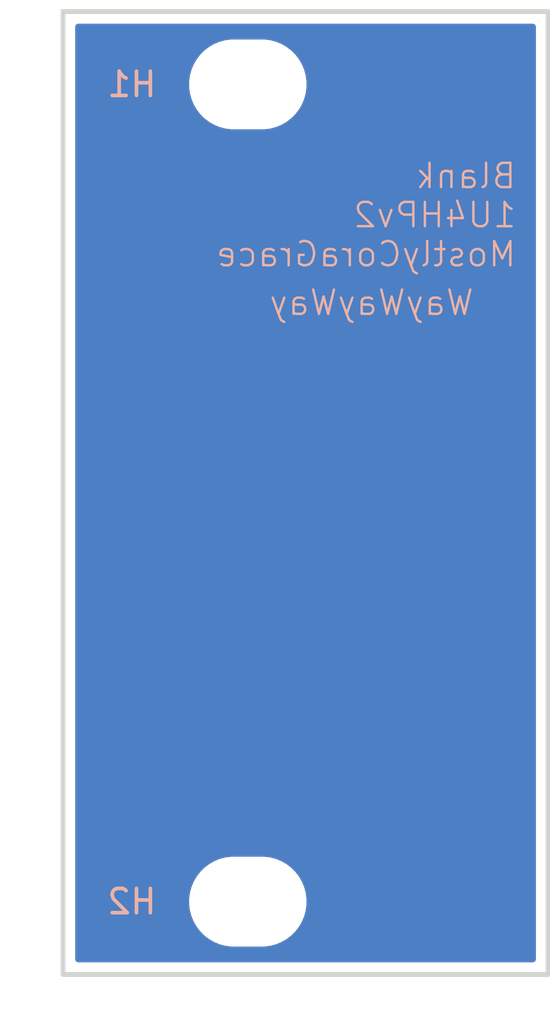
<source format=kicad_pcb>
(kicad_pcb (version 20241229) (generator "pcbnew") (generator_version "9.0")
  (layers (0 "F.Cu" signal) (2 "B.Cu" signal) (13 "F.Paste" user) (15 "B.Paste" user) (5 "F.SilkS" user "F.Silkscreen") (7 "B.SilkS" user "B.Silkscreen") (1 "F.Mask" user) (3 "B.Mask" user) (25 "Edge.Cuts" user))
  (net 0 "")
  (footprint "EXC:MountingHole_3.2mm_M3" (layer "F.Cu") (at 7.62 5.425)
    (property "Reference" "H1" (at -3.683 0 0) (layer "B.SilkS") (effects (justify left mirror)))
    (property "Value" "Eurorack_M3_MountingHole")
    (pad "" np_thru_hole oval (at 0 0) (size 4.34 3.2) (drill oval 4.34 3.2) (layers "*.Cu" "*.Mask"))
  )
  (footprint "EXC:MountingHole_3.2mm_M3" (layer "F.Cu") (at 7.62 39.075)
    (property "Reference" "H2" (at -3.683 0 0) (layer "B.SilkS") (effects (justify left mirror)))
    (property "Value" "Eurorack_M3_MountingHole")
    (pad "" np_thru_hole oval (at 0 0) (size 4.34 3.2) (drill oval 4.34 3.2) (layers "*.Cu" "*.Mask"))
  )
  (gr_rect (start 0 2.425) (end 20 42.075) (stroke (width 0.2)) (fill no) (layer "Edge.Cuts"))
  (gr_text "WayWayWay" (at 17 15 0) (layer "B.SilkS") (effects (font (size 1 1) (thickness 0.1)) (justify left bottom mirror)))
  (gr_text "Blank\n1U4HPv2\nMostlyCoraGrace" (at 18.75 13 0) (layer "B.SilkS") (effects (font (size 1 1) (thickness 0.1)) (justify left bottom mirror)))
  (zone (net 0) (net_name "") (layers "F.Cu" "B.Cu") (connect_pads (clearance 0.5)) (min_thickness 0.25) (fill yes (thermal_gap 0.5) (thermal_bridge_width 0.5) (island_removal_mode 1) (island_area_min 10))
    (polygon (pts (xy 0 2.5) (xy 20 2.5) (xy 20 42) (xy 0 42)))
  )
)
</source>
